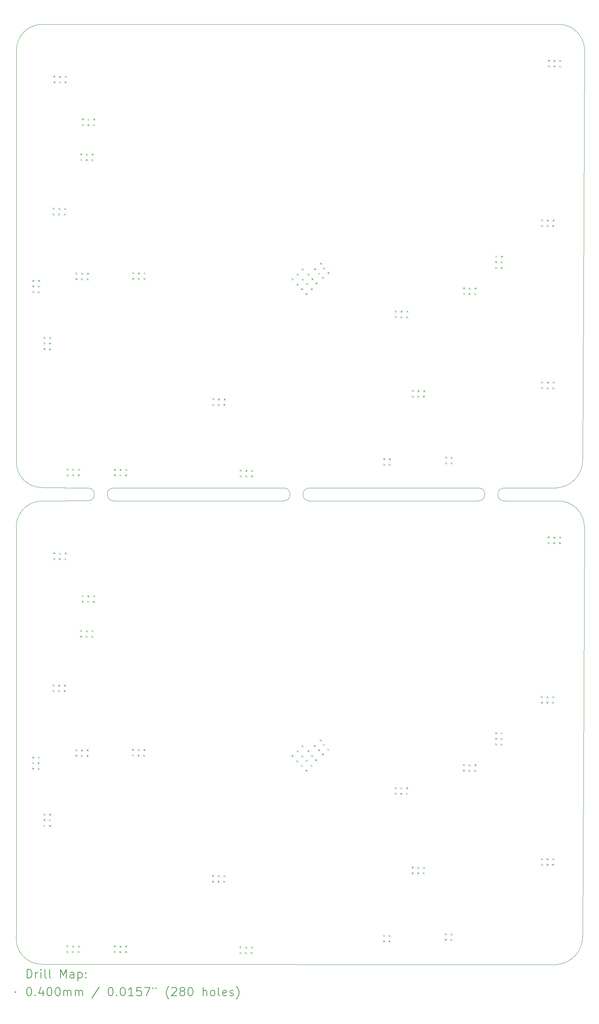
<source format=gbr>
%TF.GenerationSoftware,KiCad,Pcbnew,6.0.11-2627ca5db0~126~ubuntu20.04.1*%
%TF.CreationDate,2023-05-10T15:40:14+05:30*%
%TF.ProjectId,MVCU_F407,4d564355-5f46-4343-9037-2e6b69636164,rev?*%
%TF.SameCoordinates,Original*%
%TF.FileFunction,Drillmap*%
%TF.FilePolarity,Positive*%
%FSLAX45Y45*%
G04 Gerber Fmt 4.5, Leading zero omitted, Abs format (unit mm)*
G04 Created by KiCad (PCBNEW 6.0.11-2627ca5db0~126~ubuntu20.04.1) date 2023-05-10 15:40:14*
%MOMM*%
%LPD*%
G01*
G04 APERTURE LIST*
%ADD10C,0.050000*%
%ADD11C,0.120000*%
%ADD12C,0.200000*%
%ADD13C,0.040000*%
G04 APERTURE END LIST*
D10*
X16039000Y3119300D02*
X3974000Y3119300D01*
X16644700Y-8632300D02*
X16601800Y-18209500D01*
X14169300Y-7719500D02*
X10214300Y-7719500D01*
X14769300Y-7719500D02*
X15995700Y-7717500D01*
X5639300Y-8019500D02*
X9614300Y-8019500D01*
X9614300Y-7719500D02*
X5639300Y-7719500D01*
D11*
X14169300Y-8019500D02*
G75*
G03*
X14169300Y-7719500I0J150000D01*
G01*
D10*
X10214300Y-8019500D02*
X14169300Y-8019500D01*
D11*
X10214300Y-7719500D02*
G75*
G03*
X10214300Y-8019500I0J-150000D01*
G01*
D10*
X3970100Y-8022700D02*
G75*
G03*
X3360500Y-8632300I0J-609600D01*
G01*
X3365702Y-7067500D02*
G75*
G03*
X3965700Y-7707500I590368J-47780D01*
G01*
X15995700Y-7717499D02*
G75*
G03*
X16605700Y-7067500I-41310J649999D01*
G01*
X16648600Y2509700D02*
X16605700Y-7067500D01*
X3970100Y-8022700D02*
X5039300Y-8015500D01*
X3361802Y-18209500D02*
G75*
G03*
X3961800Y-18849500I590368J-47780D01*
G01*
X3361800Y-18209500D02*
X3360500Y-8632300D01*
D11*
X5639300Y-7719500D02*
G75*
G03*
X5639300Y-8019500I0J-150000D01*
G01*
D10*
X16644700Y-8632300D02*
G75*
G03*
X16035100Y-8022700I-609600J0D01*
G01*
X14769300Y-8019500D02*
X16035100Y-8022700D01*
X16648600Y2509700D02*
G75*
G03*
X16039000Y3119300I-609600J0D01*
G01*
X5039300Y-7719500D02*
X3965700Y-7707500D01*
X3974000Y3119300D02*
G75*
G03*
X3364400Y2509700I0J-609600D01*
G01*
X15991800Y-18859500D02*
X3961800Y-18849500D01*
D11*
X14769300Y-7719500D02*
G75*
G03*
X14769300Y-8019500I0J-150000D01*
G01*
D10*
X15991800Y-18859499D02*
G75*
G03*
X16601800Y-18209500I-41310J649999D01*
G01*
X3365700Y-7067500D02*
X3364400Y2509700D01*
D11*
X5039300Y-8015500D02*
G75*
G03*
X5039300Y-7719500I0J148000D01*
G01*
X9614300Y-8019500D02*
G75*
G03*
X9614300Y-7719500I0J150000D01*
G01*
D12*
D13*
X3731800Y-14124500D02*
X3771800Y-14164500D01*
X3771800Y-14124500D02*
X3731800Y-14164500D01*
X3731800Y-14257000D02*
X3771800Y-14297000D01*
X3771800Y-14257000D02*
X3731800Y-14297000D01*
X3734200Y-13997100D02*
X3774200Y-14037100D01*
X3774200Y-13997100D02*
X3734200Y-14037100D01*
X3735700Y-2982500D02*
X3775700Y-3022500D01*
X3775700Y-2982500D02*
X3735700Y-3022500D01*
X3735700Y-3115000D02*
X3775700Y-3155000D01*
X3775700Y-3115000D02*
X3735700Y-3155000D01*
X3738100Y-2855100D02*
X3778100Y-2895100D01*
X3778100Y-2855100D02*
X3738100Y-2895100D01*
X3859300Y-14129500D02*
X3899300Y-14169500D01*
X3899300Y-14129500D02*
X3859300Y-14169500D01*
X3861800Y-14264500D02*
X3901800Y-14304500D01*
X3901800Y-14264500D02*
X3861800Y-14304500D01*
X3863200Y-2987500D02*
X3903200Y-3027500D01*
X3903200Y-2987500D02*
X3863200Y-3027500D01*
X3865700Y-3122500D02*
X3905700Y-3162500D01*
X3905700Y-3122500D02*
X3865700Y-3162500D01*
X3866800Y-13997000D02*
X3906800Y-14037000D01*
X3906800Y-13997000D02*
X3866800Y-14037000D01*
X3870700Y-2855000D02*
X3910700Y-2895000D01*
X3910700Y-2855000D02*
X3870700Y-2895000D01*
X3994300Y-15457000D02*
X4034300Y-15497000D01*
X4034300Y-15457000D02*
X3994300Y-15497000D01*
X3994300Y-15589500D02*
X4034300Y-15629500D01*
X4034300Y-15589500D02*
X3994300Y-15629500D01*
X3996700Y-15329600D02*
X4036700Y-15369600D01*
X4036700Y-15329600D02*
X3996700Y-15369600D01*
X3998200Y-4315000D02*
X4038200Y-4355000D01*
X4038200Y-4315000D02*
X3998200Y-4355000D01*
X3998200Y-4447500D02*
X4038200Y-4487500D01*
X4038200Y-4447500D02*
X3998200Y-4487500D01*
X4000600Y-4187600D02*
X4040600Y-4227600D01*
X4040600Y-4187600D02*
X4000600Y-4227600D01*
X4121800Y-15462000D02*
X4161800Y-15502000D01*
X4161800Y-15462000D02*
X4121800Y-15502000D01*
X4124300Y-15597000D02*
X4164300Y-15637000D01*
X4164300Y-15597000D02*
X4124300Y-15637000D01*
X4125700Y-4320000D02*
X4165700Y-4360000D01*
X4165700Y-4320000D02*
X4125700Y-4360000D01*
X4128200Y-4455000D02*
X4168200Y-4495000D01*
X4168200Y-4455000D02*
X4128200Y-4495000D01*
X4129300Y-15329500D02*
X4169300Y-15369500D01*
X4169300Y-15329500D02*
X4129300Y-15369500D01*
X4133200Y-4187500D02*
X4173200Y-4227500D01*
X4173200Y-4187500D02*
X4133200Y-4227500D01*
X4209300Y-12309500D02*
X4249300Y-12349500D01*
X4249300Y-12309500D02*
X4209300Y-12349500D01*
X4209400Y-12442100D02*
X4249400Y-12482100D01*
X4249400Y-12442100D02*
X4209400Y-12482100D01*
X4213200Y-1167500D02*
X4253200Y-1207500D01*
X4253200Y-1167500D02*
X4213200Y-1207500D01*
X4213300Y-1300100D02*
X4253300Y-1340100D01*
X4253300Y-1300100D02*
X4213300Y-1340100D01*
X4226800Y-9222000D02*
X4266800Y-9262000D01*
X4266800Y-9222000D02*
X4226800Y-9262000D01*
X4226900Y-9354600D02*
X4266900Y-9394600D01*
X4266900Y-9354600D02*
X4226900Y-9394600D01*
X4230700Y1920000D02*
X4270700Y1880000D01*
X4270700Y1920000D02*
X4230700Y1880000D01*
X4230800Y1787400D02*
X4270800Y1747400D01*
X4270800Y1787400D02*
X4230800Y1747400D01*
X4336800Y-12444500D02*
X4376800Y-12484500D01*
X4376800Y-12444500D02*
X4336800Y-12484500D01*
X4340700Y-1302500D02*
X4380700Y-1342500D01*
X4380700Y-1302500D02*
X4340700Y-1342500D01*
X4341800Y-12317000D02*
X4381800Y-12357000D01*
X4381800Y-12317000D02*
X4341800Y-12357000D01*
X4345700Y-1175000D02*
X4385700Y-1215000D01*
X4385700Y-1175000D02*
X4345700Y-1215000D01*
X4354300Y-9357000D02*
X4394300Y-9397000D01*
X4394300Y-9357000D02*
X4354300Y-9397000D01*
X4358200Y1785000D02*
X4398200Y1745000D01*
X4398200Y1785000D02*
X4358200Y1745000D01*
X4359300Y-9229500D02*
X4399300Y-9269500D01*
X4399300Y-9229500D02*
X4359300Y-9269500D01*
X4363200Y1912500D02*
X4403200Y1872500D01*
X4403200Y1912500D02*
X4363200Y1872500D01*
X4469300Y-12444500D02*
X4509300Y-12484500D01*
X4509300Y-12444500D02*
X4469300Y-12484500D01*
X4473200Y-1302500D02*
X4513200Y-1342500D01*
X4513200Y-1302500D02*
X4473200Y-1342500D01*
X4476800Y-12314500D02*
X4516800Y-12354500D01*
X4516800Y-12314500D02*
X4476800Y-12354500D01*
X4480700Y-1172500D02*
X4520700Y-1212500D01*
X4520700Y-1172500D02*
X4480700Y-1212500D01*
X4486800Y-9357000D02*
X4526800Y-9397000D01*
X4526800Y-9357000D02*
X4486800Y-9397000D01*
X4490700Y1785000D02*
X4530700Y1745000D01*
X4530700Y1785000D02*
X4490700Y1745000D01*
X4494300Y-9227000D02*
X4534300Y-9267000D01*
X4534300Y-9227000D02*
X4494300Y-9267000D01*
X4498200Y1915000D02*
X4538200Y1875000D01*
X4538200Y1915000D02*
X4498200Y1875000D01*
X4534300Y-18407000D02*
X4574300Y-18447000D01*
X4574300Y-18407000D02*
X4534300Y-18447000D01*
X4534400Y-18539600D02*
X4574400Y-18579600D01*
X4574400Y-18539600D02*
X4534400Y-18579600D01*
X4538200Y-7265000D02*
X4578200Y-7305000D01*
X4578200Y-7265000D02*
X4538200Y-7305000D01*
X4538300Y-7397600D02*
X4578300Y-7437600D01*
X4578300Y-7397600D02*
X4538300Y-7437600D01*
X4661800Y-18542000D02*
X4701800Y-18582000D01*
X4701800Y-18542000D02*
X4661800Y-18582000D01*
X4665700Y-7400000D02*
X4705700Y-7440000D01*
X4705700Y-7400000D02*
X4665700Y-7440000D01*
X4666800Y-18414500D02*
X4706800Y-18454500D01*
X4706800Y-18414500D02*
X4666800Y-18454500D01*
X4670700Y-7272500D02*
X4710700Y-7312500D01*
X4710700Y-7272500D02*
X4670700Y-7312500D01*
X4741800Y-13822000D02*
X4781800Y-13862000D01*
X4781800Y-13822000D02*
X4741800Y-13862000D01*
X4741900Y-13954600D02*
X4781900Y-13994600D01*
X4781900Y-13954600D02*
X4741900Y-13994600D01*
X4745700Y-2680000D02*
X4785700Y-2720000D01*
X4785700Y-2680000D02*
X4745700Y-2720000D01*
X4745800Y-2812600D02*
X4785800Y-2852600D01*
X4785800Y-2812600D02*
X4745800Y-2852600D01*
X4794300Y-18542000D02*
X4834300Y-18582000D01*
X4834300Y-18542000D02*
X4794300Y-18582000D01*
X4798200Y-7400000D02*
X4838200Y-7440000D01*
X4838200Y-7400000D02*
X4798200Y-7440000D01*
X4801800Y-18412000D02*
X4841800Y-18452000D01*
X4841800Y-18412000D02*
X4801800Y-18452000D01*
X4805700Y-7270000D02*
X4845700Y-7310000D01*
X4845700Y-7270000D02*
X4805700Y-7310000D01*
X4854300Y-11037000D02*
X4894300Y-11077000D01*
X4894300Y-11037000D02*
X4854300Y-11077000D01*
X4854400Y-11169600D02*
X4894400Y-11209600D01*
X4894400Y-11169600D02*
X4854400Y-11209600D01*
X4858200Y105000D02*
X4898200Y65000D01*
X4898200Y105000D02*
X4858200Y65000D01*
X4858300Y-27600D02*
X4898300Y-67600D01*
X4898300Y-27600D02*
X4858300Y-67600D01*
X4869300Y-13957000D02*
X4909300Y-13997000D01*
X4909300Y-13957000D02*
X4869300Y-13997000D01*
X4873200Y-2815000D02*
X4913200Y-2855000D01*
X4913200Y-2815000D02*
X4873200Y-2855000D01*
X4874300Y-13829500D02*
X4914300Y-13869500D01*
X4914300Y-13829500D02*
X4874300Y-13869500D01*
X4878200Y-2687500D02*
X4918200Y-2727500D01*
X4918200Y-2687500D02*
X4878200Y-2727500D01*
X4891800Y-10222000D02*
X4931800Y-10262000D01*
X4931800Y-10222000D02*
X4891800Y-10262000D01*
X4891900Y-10354600D02*
X4931900Y-10394600D01*
X4931900Y-10354600D02*
X4891900Y-10394600D01*
X4895700Y920000D02*
X4935700Y880000D01*
X4935700Y920000D02*
X4895700Y880000D01*
X4895800Y787400D02*
X4935800Y747400D01*
X4935800Y787400D02*
X4895800Y747400D01*
X4981800Y-11172000D02*
X5021800Y-11212000D01*
X5021800Y-11172000D02*
X4981800Y-11212000D01*
X4985700Y-30000D02*
X5025700Y-70000D01*
X5025700Y-30000D02*
X4985700Y-70000D01*
X4986800Y-11044500D02*
X5026800Y-11084500D01*
X5026800Y-11044500D02*
X4986800Y-11084500D01*
X4990700Y97500D02*
X5030700Y57500D01*
X5030700Y97500D02*
X4990700Y57500D01*
X5001800Y-13957000D02*
X5041800Y-13997000D01*
X5041800Y-13957000D02*
X5001800Y-13997000D01*
X5005700Y-2815000D02*
X5045700Y-2855000D01*
X5045700Y-2815000D02*
X5005700Y-2855000D01*
X5009300Y-13827000D02*
X5049300Y-13867000D01*
X5049300Y-13827000D02*
X5009300Y-13867000D01*
X5013200Y-2685000D02*
X5053200Y-2725000D01*
X5053200Y-2685000D02*
X5013200Y-2725000D01*
X5019300Y-10357000D02*
X5059300Y-10397000D01*
X5059300Y-10357000D02*
X5019300Y-10397000D01*
X5023200Y785000D02*
X5063200Y745000D01*
X5063200Y785000D02*
X5023200Y745000D01*
X5024300Y-10229500D02*
X5064300Y-10269500D01*
X5064300Y-10229500D02*
X5024300Y-10269500D01*
X5028200Y912500D02*
X5068200Y872500D01*
X5068200Y912500D02*
X5028200Y872500D01*
X5114300Y-11172000D02*
X5154300Y-11212000D01*
X5154300Y-11172000D02*
X5114300Y-11212000D01*
X5118200Y-30000D02*
X5158200Y-70000D01*
X5158200Y-30000D02*
X5118200Y-70000D01*
X5121800Y-11042000D02*
X5161800Y-11082000D01*
X5161800Y-11042000D02*
X5121800Y-11082000D01*
X5125700Y100000D02*
X5165700Y60000D01*
X5165700Y100000D02*
X5125700Y60000D01*
X5151800Y-10357000D02*
X5191800Y-10397000D01*
X5191800Y-10357000D02*
X5151800Y-10397000D01*
X5155700Y785000D02*
X5195700Y745000D01*
X5195700Y785000D02*
X5155700Y745000D01*
X5159300Y-10227000D02*
X5199300Y-10267000D01*
X5199300Y-10227000D02*
X5159300Y-10267000D01*
X5163200Y915000D02*
X5203200Y875000D01*
X5203200Y915000D02*
X5163200Y875000D01*
X5641800Y-18409500D02*
X5681800Y-18449500D01*
X5681800Y-18409500D02*
X5641800Y-18449500D01*
X5641900Y-18542100D02*
X5681900Y-18582100D01*
X5681900Y-18542100D02*
X5641900Y-18582100D01*
X5645700Y-7267500D02*
X5685700Y-7307500D01*
X5685700Y-7267500D02*
X5645700Y-7307500D01*
X5645800Y-7400100D02*
X5685800Y-7440100D01*
X5685800Y-7400100D02*
X5645800Y-7440100D01*
X5769300Y-18544500D02*
X5809300Y-18584500D01*
X5809300Y-18544500D02*
X5769300Y-18584500D01*
X5773200Y-7402500D02*
X5813200Y-7442500D01*
X5813200Y-7402500D02*
X5773200Y-7442500D01*
X5774300Y-18417000D02*
X5814300Y-18457000D01*
X5814300Y-18417000D02*
X5774300Y-18457000D01*
X5778200Y-7275000D02*
X5818200Y-7315000D01*
X5818200Y-7275000D02*
X5778200Y-7315000D01*
X5901800Y-18544500D02*
X5941800Y-18584500D01*
X5941800Y-18544500D02*
X5901800Y-18584500D01*
X5905700Y-7402500D02*
X5945700Y-7442500D01*
X5945700Y-7402500D02*
X5905700Y-7442500D01*
X5909300Y-18414500D02*
X5949300Y-18454500D01*
X5949300Y-18414500D02*
X5909300Y-18454500D01*
X5913200Y-7272500D02*
X5953200Y-7312500D01*
X5953200Y-7272500D02*
X5913200Y-7312500D01*
X6069300Y-13814500D02*
X6109300Y-13854500D01*
X6109300Y-13814500D02*
X6069300Y-13854500D01*
X6069400Y-13947100D02*
X6109400Y-13987100D01*
X6109400Y-13947100D02*
X6069400Y-13987100D01*
X6073200Y-2672500D02*
X6113200Y-2712500D01*
X6113200Y-2672500D02*
X6073200Y-2712500D01*
X6073300Y-2805100D02*
X6113300Y-2845100D01*
X6113300Y-2805100D02*
X6073300Y-2845100D01*
X6196800Y-13949500D02*
X6236800Y-13989500D01*
X6236800Y-13949500D02*
X6196800Y-13989500D01*
X6200700Y-2807500D02*
X6240700Y-2847500D01*
X6240700Y-2807500D02*
X6200700Y-2847500D01*
X6201800Y-13822000D02*
X6241800Y-13862000D01*
X6241800Y-13822000D02*
X6201800Y-13862000D01*
X6205700Y-2680000D02*
X6245700Y-2720000D01*
X6245700Y-2680000D02*
X6205700Y-2720000D01*
X6329300Y-13949500D02*
X6369300Y-13989500D01*
X6369300Y-13949500D02*
X6329300Y-13989500D01*
X6333200Y-2807500D02*
X6373200Y-2847500D01*
X6373200Y-2807500D02*
X6333200Y-2847500D01*
X6336800Y-13819500D02*
X6376800Y-13859500D01*
X6376800Y-13819500D02*
X6336800Y-13859500D01*
X6340700Y-2677500D02*
X6380700Y-2717500D01*
X6380700Y-2677500D02*
X6340700Y-2717500D01*
X7939300Y-16764500D02*
X7979300Y-16804500D01*
X7979300Y-16764500D02*
X7939300Y-16804500D01*
X7939400Y-16897100D02*
X7979400Y-16937100D01*
X7979400Y-16897100D02*
X7939400Y-16937100D01*
X7943200Y-5622500D02*
X7983200Y-5662500D01*
X7983200Y-5622500D02*
X7943200Y-5662500D01*
X7943300Y-5755100D02*
X7983300Y-5795100D01*
X7983300Y-5755100D02*
X7943300Y-5795100D01*
X8066800Y-16899500D02*
X8106800Y-16939500D01*
X8106800Y-16899500D02*
X8066800Y-16939500D01*
X8070700Y-5757500D02*
X8110700Y-5797500D01*
X8110700Y-5757500D02*
X8070700Y-5797500D01*
X8071800Y-16772000D02*
X8111800Y-16812000D01*
X8111800Y-16772000D02*
X8071800Y-16812000D01*
X8075700Y-5630000D02*
X8115700Y-5670000D01*
X8115700Y-5630000D02*
X8075700Y-5670000D01*
X8199300Y-16899500D02*
X8239300Y-16939500D01*
X8239300Y-16899500D02*
X8199300Y-16939500D01*
X8203200Y-5757500D02*
X8243200Y-5797500D01*
X8243200Y-5757500D02*
X8203200Y-5797500D01*
X8206800Y-16769500D02*
X8246800Y-16809500D01*
X8246800Y-16769500D02*
X8206800Y-16809500D01*
X8210700Y-5627500D02*
X8250700Y-5667500D01*
X8250700Y-5627500D02*
X8210700Y-5667500D01*
X8581800Y-18432000D02*
X8621800Y-18472000D01*
X8621800Y-18432000D02*
X8581800Y-18472000D01*
X8581900Y-18564600D02*
X8621900Y-18604600D01*
X8621900Y-18564600D02*
X8581900Y-18604600D01*
X8585700Y-7290000D02*
X8625700Y-7330000D01*
X8625700Y-7290000D02*
X8585700Y-7330000D01*
X8585800Y-7422600D02*
X8625800Y-7462600D01*
X8625800Y-7422600D02*
X8585800Y-7462600D01*
X8709300Y-18567000D02*
X8749300Y-18607000D01*
X8749300Y-18567000D02*
X8709300Y-18607000D01*
X8713200Y-7425000D02*
X8753200Y-7465000D01*
X8753200Y-7425000D02*
X8713200Y-7465000D01*
X8714300Y-18439500D02*
X8754300Y-18479500D01*
X8754300Y-18439500D02*
X8714300Y-18479500D01*
X8718200Y-7297500D02*
X8758200Y-7337500D01*
X8758200Y-7297500D02*
X8718200Y-7337500D01*
X8841800Y-18567000D02*
X8881800Y-18607000D01*
X8881800Y-18567000D02*
X8841800Y-18607000D01*
X8845700Y-7425000D02*
X8885700Y-7465000D01*
X8885700Y-7425000D02*
X8845700Y-7465000D01*
X8849300Y-18437000D02*
X8889300Y-18477000D01*
X8889300Y-18437000D02*
X8849300Y-18477000D01*
X8853200Y-7295000D02*
X8893200Y-7335000D01*
X8893200Y-7295000D02*
X8853200Y-7335000D01*
X9794300Y-13959500D02*
X9834300Y-13999500D01*
X9834300Y-13959500D02*
X9794300Y-13999500D01*
X9798200Y-2817500D02*
X9838200Y-2857500D01*
X9838200Y-2817500D02*
X9798200Y-2857500D01*
X9909300Y-14087000D02*
X9949300Y-14127000D01*
X9949300Y-14087000D02*
X9909300Y-14127000D01*
X9913200Y-2945000D02*
X9953200Y-2985000D01*
X9953200Y-2945000D02*
X9913200Y-2985000D01*
X9914300Y-13849500D02*
X9954300Y-13889500D01*
X9954300Y-13849500D02*
X9914300Y-13889500D01*
X9918200Y-2707500D02*
X9958200Y-2747500D01*
X9958200Y-2707500D02*
X9918200Y-2747500D01*
X10014300Y-14192000D02*
X10054300Y-14232000D01*
X10054300Y-14192000D02*
X10014300Y-14232000D01*
X10018200Y-3050000D02*
X10058200Y-3090000D01*
X10058200Y-3050000D02*
X10018200Y-3090000D01*
X10029300Y-13732000D02*
X10069300Y-13772000D01*
X10069300Y-13732000D02*
X10029300Y-13772000D01*
X10029300Y-13969500D02*
X10069300Y-14009500D01*
X10069300Y-13969500D02*
X10029300Y-14009500D01*
X10033200Y-2590000D02*
X10073200Y-2630000D01*
X10073200Y-2590000D02*
X10033200Y-2630000D01*
X10033200Y-2827500D02*
X10073200Y-2867500D01*
X10073200Y-2827500D02*
X10033200Y-2867500D01*
X10119300Y-14302000D02*
X10159300Y-14342000D01*
X10159300Y-14302000D02*
X10119300Y-14342000D01*
X10123200Y-3160000D02*
X10163200Y-3200000D01*
X10163200Y-3160000D02*
X10123200Y-3200000D01*
X10131800Y-14069500D02*
X10171800Y-14109500D01*
X10171800Y-14069500D02*
X10131800Y-14109500D01*
X10135700Y-2927500D02*
X10175700Y-2967500D01*
X10175700Y-2927500D02*
X10135700Y-2967500D01*
X10166800Y-13852000D02*
X10206800Y-13892000D01*
X10206800Y-13852000D02*
X10166800Y-13892000D01*
X10170700Y-2710000D02*
X10210700Y-2750000D01*
X10210700Y-2710000D02*
X10170700Y-2750000D01*
X10244300Y-14192000D02*
X10284300Y-14232000D01*
X10284300Y-14192000D02*
X10244300Y-14232000D01*
X10248200Y-3050000D02*
X10288200Y-3090000D01*
X10288200Y-3050000D02*
X10248200Y-3090000D01*
X10256800Y-13962000D02*
X10296800Y-14002000D01*
X10296800Y-13962000D02*
X10256800Y-14002000D01*
X10260700Y-2820000D02*
X10300700Y-2860000D01*
X10300700Y-2820000D02*
X10260700Y-2860000D01*
X10316800Y-13727000D02*
X10356800Y-13767000D01*
X10356800Y-13727000D02*
X10316800Y-13767000D01*
X10320700Y-2585000D02*
X10360700Y-2625000D01*
X10360700Y-2585000D02*
X10320700Y-2625000D01*
X10351800Y-14057000D02*
X10391800Y-14097000D01*
X10391800Y-14057000D02*
X10351800Y-14097000D01*
X10355700Y-2915000D02*
X10395700Y-2955000D01*
X10395700Y-2915000D02*
X10355700Y-2955000D01*
X10416800Y-13827000D02*
X10456800Y-13867000D01*
X10456800Y-13827000D02*
X10416800Y-13867000D01*
X10420700Y-2685000D02*
X10460700Y-2725000D01*
X10460700Y-2685000D02*
X10420700Y-2725000D01*
X10459300Y-13597000D02*
X10499300Y-13637000D01*
X10499300Y-13597000D02*
X10459300Y-13637000D01*
X10463200Y-2455000D02*
X10503200Y-2495000D01*
X10503200Y-2455000D02*
X10463200Y-2495000D01*
X10506800Y-13927000D02*
X10546800Y-13967000D01*
X10546800Y-13927000D02*
X10506800Y-13967000D01*
X10510700Y-2785000D02*
X10550700Y-2825000D01*
X10550700Y-2785000D02*
X10510700Y-2825000D01*
X10531800Y-13702000D02*
X10571800Y-13742000D01*
X10571800Y-13702000D02*
X10531800Y-13742000D01*
X10535700Y-2560000D02*
X10575700Y-2600000D01*
X10575700Y-2560000D02*
X10535700Y-2600000D01*
X10631800Y-13812000D02*
X10671800Y-13852000D01*
X10671800Y-13812000D02*
X10631800Y-13852000D01*
X10635700Y-2670000D02*
X10675700Y-2710000D01*
X10675700Y-2670000D02*
X10635700Y-2710000D01*
X11936800Y-18162000D02*
X11976800Y-18202000D01*
X11976800Y-18162000D02*
X11936800Y-18202000D01*
X11936900Y-18294600D02*
X11976900Y-18334600D01*
X11976900Y-18294600D02*
X11936900Y-18334600D01*
X11940700Y-7020000D02*
X11980700Y-7060000D01*
X11980700Y-7020000D02*
X11940700Y-7060000D01*
X11940800Y-7152600D02*
X11980800Y-7192600D01*
X11980800Y-7152600D02*
X11940800Y-7192600D01*
X12064300Y-18297000D02*
X12104300Y-18337000D01*
X12104300Y-18297000D02*
X12064300Y-18337000D01*
X12068200Y-7155000D02*
X12108200Y-7195000D01*
X12108200Y-7155000D02*
X12068200Y-7195000D01*
X12069300Y-18169500D02*
X12109300Y-18209500D01*
X12109300Y-18169500D02*
X12069300Y-18209500D01*
X12073200Y-7027500D02*
X12113200Y-7067500D01*
X12113200Y-7027500D02*
X12073200Y-7067500D01*
X12210000Y-14710000D02*
X12250000Y-14750000D01*
X12250000Y-14710000D02*
X12210000Y-14750000D01*
X12210100Y-14842600D02*
X12250100Y-14882600D01*
X12250100Y-14842600D02*
X12210100Y-14882600D01*
X12213900Y-3568000D02*
X12253900Y-3608000D01*
X12253900Y-3568000D02*
X12213900Y-3608000D01*
X12214000Y-3700600D02*
X12254000Y-3740600D01*
X12254000Y-3700600D02*
X12214000Y-3740600D01*
X12337500Y-14845000D02*
X12377500Y-14885000D01*
X12377500Y-14845000D02*
X12337500Y-14885000D01*
X12341400Y-3703000D02*
X12381400Y-3743000D01*
X12381400Y-3703000D02*
X12341400Y-3743000D01*
X12342500Y-14717500D02*
X12382500Y-14757500D01*
X12382500Y-14717500D02*
X12342500Y-14757500D01*
X12346400Y-3575500D02*
X12386400Y-3615500D01*
X12386400Y-3575500D02*
X12346400Y-3615500D01*
X12470000Y-14845000D02*
X12510000Y-14885000D01*
X12510000Y-14845000D02*
X12470000Y-14885000D01*
X12473900Y-3703000D02*
X12513900Y-3743000D01*
X12513900Y-3703000D02*
X12473900Y-3743000D01*
X12477500Y-14715000D02*
X12517500Y-14755000D01*
X12517500Y-14715000D02*
X12477500Y-14755000D01*
X12481400Y-3573000D02*
X12521400Y-3613000D01*
X12521400Y-3573000D02*
X12481400Y-3613000D01*
X12604300Y-16569500D02*
X12644300Y-16609500D01*
X12644300Y-16569500D02*
X12604300Y-16609500D01*
X12604400Y-16702100D02*
X12644400Y-16742100D01*
X12644400Y-16702100D02*
X12604400Y-16742100D01*
X12608200Y-5427500D02*
X12648200Y-5467500D01*
X12648200Y-5427500D02*
X12608200Y-5467500D01*
X12608300Y-5560100D02*
X12648300Y-5600100D01*
X12648300Y-5560100D02*
X12608300Y-5600100D01*
X12731800Y-16704500D02*
X12771800Y-16744500D01*
X12771800Y-16704500D02*
X12731800Y-16744500D01*
X12735700Y-5562500D02*
X12775700Y-5602500D01*
X12775700Y-5562500D02*
X12735700Y-5602500D01*
X12736800Y-16577000D02*
X12776800Y-16617000D01*
X12776800Y-16577000D02*
X12736800Y-16617000D01*
X12740700Y-5435000D02*
X12780700Y-5475000D01*
X12780700Y-5435000D02*
X12740700Y-5475000D01*
X12864300Y-16704500D02*
X12904300Y-16744500D01*
X12904300Y-16704500D02*
X12864300Y-16744500D01*
X12868200Y-5562500D02*
X12908200Y-5602500D01*
X12908200Y-5562500D02*
X12868200Y-5602500D01*
X12871800Y-16574500D02*
X12911800Y-16614500D01*
X12911800Y-16574500D02*
X12871800Y-16614500D01*
X12875700Y-5432500D02*
X12915700Y-5472500D01*
X12915700Y-5432500D02*
X12875700Y-5472500D01*
X13381800Y-18124500D02*
X13421800Y-18164500D01*
X13421800Y-18124500D02*
X13381800Y-18164500D01*
X13381900Y-18257100D02*
X13421900Y-18297100D01*
X13421900Y-18257100D02*
X13381900Y-18297100D01*
X13385700Y-6982500D02*
X13425700Y-7022500D01*
X13425700Y-6982500D02*
X13385700Y-7022500D01*
X13385800Y-7115100D02*
X13425800Y-7155100D01*
X13425800Y-7115100D02*
X13385800Y-7155100D01*
X13509300Y-18259500D02*
X13549300Y-18299500D01*
X13549300Y-18259500D02*
X13509300Y-18299500D01*
X13513200Y-7117500D02*
X13553200Y-7157500D01*
X13553200Y-7117500D02*
X13513200Y-7157500D01*
X13514300Y-18132000D02*
X13554300Y-18172000D01*
X13554300Y-18132000D02*
X13514300Y-18172000D01*
X13518200Y-6990000D02*
X13558200Y-7030000D01*
X13558200Y-6990000D02*
X13518200Y-7030000D01*
X13804300Y-14169500D02*
X13844300Y-14209500D01*
X13844300Y-14169500D02*
X13804300Y-14209500D01*
X13804400Y-14302100D02*
X13844400Y-14342100D01*
X13844400Y-14302100D02*
X13804400Y-14342100D01*
X13808200Y-3027500D02*
X13848200Y-3067500D01*
X13848200Y-3027500D02*
X13808200Y-3067500D01*
X13808300Y-3160100D02*
X13848300Y-3200100D01*
X13848300Y-3160100D02*
X13808300Y-3200100D01*
X13931800Y-14304500D02*
X13971800Y-14344500D01*
X13971800Y-14304500D02*
X13931800Y-14344500D01*
X13935700Y-3162500D02*
X13975700Y-3202500D01*
X13975700Y-3162500D02*
X13935700Y-3202500D01*
X13936800Y-14177000D02*
X13976800Y-14217000D01*
X13976800Y-14177000D02*
X13936800Y-14217000D01*
X13940700Y-3035000D02*
X13980700Y-3075000D01*
X13980700Y-3035000D02*
X13940700Y-3075000D01*
X14064300Y-14304500D02*
X14104300Y-14344500D01*
X14104300Y-14304500D02*
X14064300Y-14344500D01*
X14068200Y-3162500D02*
X14108200Y-3202500D01*
X14108200Y-3162500D02*
X14068200Y-3202500D01*
X14071800Y-14174500D02*
X14111800Y-14214500D01*
X14111800Y-14174500D02*
X14071800Y-14214500D01*
X14075700Y-3032500D02*
X14115700Y-3072500D01*
X14115700Y-3032500D02*
X14075700Y-3072500D01*
X14554300Y-13557000D02*
X14594300Y-13597000D01*
X14594300Y-13557000D02*
X14554300Y-13597000D01*
X14554300Y-13689500D02*
X14594300Y-13729500D01*
X14594300Y-13689500D02*
X14554300Y-13729500D01*
X14556700Y-13429600D02*
X14596700Y-13469600D01*
X14596700Y-13429600D02*
X14556700Y-13469600D01*
X14558200Y-2415000D02*
X14598200Y-2455000D01*
X14598200Y-2415000D02*
X14558200Y-2455000D01*
X14558200Y-2547500D02*
X14598200Y-2587500D01*
X14598200Y-2547500D02*
X14558200Y-2587500D01*
X14560600Y-2287600D02*
X14600600Y-2327600D01*
X14600600Y-2287600D02*
X14560600Y-2327600D01*
X14681800Y-13562000D02*
X14721800Y-13602000D01*
X14721800Y-13562000D02*
X14681800Y-13602000D01*
X14684300Y-13697000D02*
X14724300Y-13737000D01*
X14724300Y-13697000D02*
X14684300Y-13737000D01*
X14685700Y-2420000D02*
X14725700Y-2460000D01*
X14725700Y-2420000D02*
X14685700Y-2460000D01*
X14688200Y-2555000D02*
X14728200Y-2595000D01*
X14728200Y-2555000D02*
X14688200Y-2595000D01*
X14689300Y-13429500D02*
X14729300Y-13469500D01*
X14729300Y-13429500D02*
X14689300Y-13469500D01*
X14693200Y-2287500D02*
X14733200Y-2327500D01*
X14733200Y-2287500D02*
X14693200Y-2327500D01*
X15626800Y-12582000D02*
X15666800Y-12622000D01*
X15666800Y-12582000D02*
X15626800Y-12622000D01*
X15626900Y-12714600D02*
X15666900Y-12754600D01*
X15666900Y-12714600D02*
X15626900Y-12754600D01*
X15629300Y-16369500D02*
X15669300Y-16409500D01*
X15669300Y-16369500D02*
X15629300Y-16409500D01*
X15629400Y-16502100D02*
X15669400Y-16542100D01*
X15669400Y-16502100D02*
X15629400Y-16542100D01*
X15630700Y-1440000D02*
X15670700Y-1480000D01*
X15670700Y-1440000D02*
X15630700Y-1480000D01*
X15630800Y-1572600D02*
X15670800Y-1612600D01*
X15670800Y-1572600D02*
X15630800Y-1612600D01*
X15633200Y-5227500D02*
X15673200Y-5267500D01*
X15673200Y-5227500D02*
X15633200Y-5267500D01*
X15633300Y-5360100D02*
X15673300Y-5400100D01*
X15673300Y-5360100D02*
X15633300Y-5400100D01*
X15754300Y-12717000D02*
X15794300Y-12757000D01*
X15794300Y-12717000D02*
X15754300Y-12757000D01*
X15756800Y-16504500D02*
X15796800Y-16544500D01*
X15796800Y-16504500D02*
X15756800Y-16544500D01*
X15758200Y-1575000D02*
X15798200Y-1615000D01*
X15798200Y-1575000D02*
X15758200Y-1615000D01*
X15759300Y-12589500D02*
X15799300Y-12629500D01*
X15799300Y-12589500D02*
X15759300Y-12629500D01*
X15760700Y-5362500D02*
X15800700Y-5402500D01*
X15800700Y-5362500D02*
X15760700Y-5402500D01*
X15761800Y-16377000D02*
X15801800Y-16417000D01*
X15801800Y-16377000D02*
X15761800Y-16417000D01*
X15763200Y-1447500D02*
X15803200Y-1487500D01*
X15803200Y-1447500D02*
X15763200Y-1487500D01*
X15765700Y-5235000D02*
X15805700Y-5275000D01*
X15805700Y-5235000D02*
X15765700Y-5275000D01*
X15786800Y-8849500D02*
X15826800Y-8889500D01*
X15826800Y-8849500D02*
X15786800Y-8889500D01*
X15786900Y-8982100D02*
X15826900Y-9022100D01*
X15826900Y-8982100D02*
X15786900Y-9022100D01*
X15790700Y2292500D02*
X15830700Y2252500D01*
X15830700Y2292500D02*
X15790700Y2252500D01*
X15790800Y2159900D02*
X15830800Y2119900D01*
X15830800Y2159900D02*
X15790800Y2119900D01*
X15886800Y-12717000D02*
X15926800Y-12757000D01*
X15926800Y-12717000D02*
X15886800Y-12757000D01*
X15889300Y-16504500D02*
X15929300Y-16544500D01*
X15929300Y-16504500D02*
X15889300Y-16544500D01*
X15890700Y-1575000D02*
X15930700Y-1615000D01*
X15930700Y-1575000D02*
X15890700Y-1615000D01*
X15893200Y-5362500D02*
X15933200Y-5402500D01*
X15933200Y-5362500D02*
X15893200Y-5402500D01*
X15894300Y-12587000D02*
X15934300Y-12627000D01*
X15934300Y-12587000D02*
X15894300Y-12627000D01*
X15896800Y-16374500D02*
X15936800Y-16414500D01*
X15936800Y-16374500D02*
X15896800Y-16414500D01*
X15898200Y-1445000D02*
X15938200Y-1485000D01*
X15938200Y-1445000D02*
X15898200Y-1485000D01*
X15900700Y-5232500D02*
X15940700Y-5272500D01*
X15940700Y-5232500D02*
X15900700Y-5272500D01*
X15914300Y-8984500D02*
X15954300Y-9024500D01*
X15954300Y-8984500D02*
X15914300Y-9024500D01*
X15918200Y2157500D02*
X15958200Y2117500D01*
X15958200Y2157500D02*
X15918200Y2117500D01*
X15919300Y-8857000D02*
X15959300Y-8897000D01*
X15959300Y-8857000D02*
X15919300Y-8897000D01*
X15923200Y2285000D02*
X15963200Y2245000D01*
X15963200Y2285000D02*
X15923200Y2245000D01*
X16046800Y-8984500D02*
X16086800Y-9024500D01*
X16086800Y-8984500D02*
X16046800Y-9024500D01*
X16050700Y2157500D02*
X16090700Y2117500D01*
X16090700Y2157500D02*
X16050700Y2117500D01*
X16054300Y-8854500D02*
X16094300Y-8894500D01*
X16094300Y-8854500D02*
X16054300Y-8894500D01*
X16058200Y2287500D02*
X16098200Y2247500D01*
X16098200Y2287500D02*
X16058200Y2247500D01*
D12*
X3614991Y-19172476D02*
X3614991Y-18972476D01*
X3662610Y-18972476D01*
X3691181Y-18982000D01*
X3710229Y-19001048D01*
X3719753Y-19020095D01*
X3729276Y-19058190D01*
X3729276Y-19086762D01*
X3719753Y-19124857D01*
X3710229Y-19143905D01*
X3691181Y-19162952D01*
X3662610Y-19172476D01*
X3614991Y-19172476D01*
X3814991Y-19172476D02*
X3814991Y-19039143D01*
X3814991Y-19077238D02*
X3824514Y-19058190D01*
X3834038Y-19048667D01*
X3853086Y-19039143D01*
X3872134Y-19039143D01*
X3938800Y-19172476D02*
X3938800Y-19039143D01*
X3938800Y-18972476D02*
X3929276Y-18982000D01*
X3938800Y-18991524D01*
X3948324Y-18982000D01*
X3938800Y-18972476D01*
X3938800Y-18991524D01*
X4062610Y-19172476D02*
X4043562Y-19162952D01*
X4034038Y-19143905D01*
X4034038Y-18972476D01*
X4167372Y-19172476D02*
X4148324Y-19162952D01*
X4138800Y-19143905D01*
X4138800Y-18972476D01*
X4395943Y-19172476D02*
X4395943Y-18972476D01*
X4462610Y-19115333D01*
X4529276Y-18972476D01*
X4529276Y-19172476D01*
X4710229Y-19172476D02*
X4710229Y-19067714D01*
X4700705Y-19048667D01*
X4681657Y-19039143D01*
X4643562Y-19039143D01*
X4624515Y-19048667D01*
X4710229Y-19162952D02*
X4691181Y-19172476D01*
X4643562Y-19172476D01*
X4624515Y-19162952D01*
X4614991Y-19143905D01*
X4614991Y-19124857D01*
X4624515Y-19105810D01*
X4643562Y-19096286D01*
X4691181Y-19096286D01*
X4710229Y-19086762D01*
X4805467Y-19039143D02*
X4805467Y-19239143D01*
X4805467Y-19048667D02*
X4824515Y-19039143D01*
X4862610Y-19039143D01*
X4881657Y-19048667D01*
X4891181Y-19058190D01*
X4900705Y-19077238D01*
X4900705Y-19134381D01*
X4891181Y-19153429D01*
X4881657Y-19162952D01*
X4862610Y-19172476D01*
X4824515Y-19172476D01*
X4805467Y-19162952D01*
X4986419Y-19153429D02*
X4995943Y-19162952D01*
X4986419Y-19172476D01*
X4976896Y-19162952D01*
X4986419Y-19153429D01*
X4986419Y-19172476D01*
X4986419Y-19048667D02*
X4995943Y-19058190D01*
X4986419Y-19067714D01*
X4976896Y-19058190D01*
X4986419Y-19048667D01*
X4986419Y-19067714D01*
D13*
X3317372Y-19482000D02*
X3357372Y-19522000D01*
X3357372Y-19482000D02*
X3317372Y-19522000D01*
D12*
X3653086Y-19392476D02*
X3672134Y-19392476D01*
X3691181Y-19402000D01*
X3700705Y-19411524D01*
X3710229Y-19430571D01*
X3719753Y-19468667D01*
X3719753Y-19516286D01*
X3710229Y-19554381D01*
X3700705Y-19573429D01*
X3691181Y-19582952D01*
X3672134Y-19592476D01*
X3653086Y-19592476D01*
X3634038Y-19582952D01*
X3624514Y-19573429D01*
X3614991Y-19554381D01*
X3605467Y-19516286D01*
X3605467Y-19468667D01*
X3614991Y-19430571D01*
X3624514Y-19411524D01*
X3634038Y-19402000D01*
X3653086Y-19392476D01*
X3805467Y-19573429D02*
X3814991Y-19582952D01*
X3805467Y-19592476D01*
X3795943Y-19582952D01*
X3805467Y-19573429D01*
X3805467Y-19592476D01*
X3986419Y-19459143D02*
X3986419Y-19592476D01*
X3938800Y-19382952D02*
X3891181Y-19525810D01*
X4014991Y-19525810D01*
X4129276Y-19392476D02*
X4148324Y-19392476D01*
X4167372Y-19402000D01*
X4176895Y-19411524D01*
X4186419Y-19430571D01*
X4195943Y-19468667D01*
X4195943Y-19516286D01*
X4186419Y-19554381D01*
X4176895Y-19573429D01*
X4167372Y-19582952D01*
X4148324Y-19592476D01*
X4129276Y-19592476D01*
X4110229Y-19582952D01*
X4100705Y-19573429D01*
X4091181Y-19554381D01*
X4081657Y-19516286D01*
X4081657Y-19468667D01*
X4091181Y-19430571D01*
X4100705Y-19411524D01*
X4110229Y-19402000D01*
X4129276Y-19392476D01*
X4319753Y-19392476D02*
X4338800Y-19392476D01*
X4357848Y-19402000D01*
X4367372Y-19411524D01*
X4376896Y-19430571D01*
X4386419Y-19468667D01*
X4386419Y-19516286D01*
X4376896Y-19554381D01*
X4367372Y-19573429D01*
X4357848Y-19582952D01*
X4338800Y-19592476D01*
X4319753Y-19592476D01*
X4300705Y-19582952D01*
X4291181Y-19573429D01*
X4281657Y-19554381D01*
X4272134Y-19516286D01*
X4272134Y-19468667D01*
X4281657Y-19430571D01*
X4291181Y-19411524D01*
X4300705Y-19402000D01*
X4319753Y-19392476D01*
X4472134Y-19592476D02*
X4472134Y-19459143D01*
X4472134Y-19478190D02*
X4481657Y-19468667D01*
X4500705Y-19459143D01*
X4529276Y-19459143D01*
X4548324Y-19468667D01*
X4557848Y-19487714D01*
X4557848Y-19592476D01*
X4557848Y-19487714D02*
X4567372Y-19468667D01*
X4586419Y-19459143D01*
X4614991Y-19459143D01*
X4634038Y-19468667D01*
X4643562Y-19487714D01*
X4643562Y-19592476D01*
X4738800Y-19592476D02*
X4738800Y-19459143D01*
X4738800Y-19478190D02*
X4748324Y-19468667D01*
X4767372Y-19459143D01*
X4795943Y-19459143D01*
X4814991Y-19468667D01*
X4824515Y-19487714D01*
X4824515Y-19592476D01*
X4824515Y-19487714D02*
X4834038Y-19468667D01*
X4853086Y-19459143D01*
X4881657Y-19459143D01*
X4900705Y-19468667D01*
X4910229Y-19487714D01*
X4910229Y-19592476D01*
X5300705Y-19382952D02*
X5129276Y-19640095D01*
X5557848Y-19392476D02*
X5576896Y-19392476D01*
X5595943Y-19402000D01*
X5605467Y-19411524D01*
X5614991Y-19430571D01*
X5624514Y-19468667D01*
X5624514Y-19516286D01*
X5614991Y-19554381D01*
X5605467Y-19573429D01*
X5595943Y-19582952D01*
X5576896Y-19592476D01*
X5557848Y-19592476D01*
X5538800Y-19582952D01*
X5529276Y-19573429D01*
X5519753Y-19554381D01*
X5510229Y-19516286D01*
X5510229Y-19468667D01*
X5519753Y-19430571D01*
X5529276Y-19411524D01*
X5538800Y-19402000D01*
X5557848Y-19392476D01*
X5710229Y-19573429D02*
X5719753Y-19582952D01*
X5710229Y-19592476D01*
X5700705Y-19582952D01*
X5710229Y-19573429D01*
X5710229Y-19592476D01*
X5843562Y-19392476D02*
X5862610Y-19392476D01*
X5881657Y-19402000D01*
X5891181Y-19411524D01*
X5900705Y-19430571D01*
X5910229Y-19468667D01*
X5910229Y-19516286D01*
X5900705Y-19554381D01*
X5891181Y-19573429D01*
X5881657Y-19582952D01*
X5862610Y-19592476D01*
X5843562Y-19592476D01*
X5824514Y-19582952D01*
X5814991Y-19573429D01*
X5805467Y-19554381D01*
X5795943Y-19516286D01*
X5795943Y-19468667D01*
X5805467Y-19430571D01*
X5814991Y-19411524D01*
X5824514Y-19402000D01*
X5843562Y-19392476D01*
X6100705Y-19592476D02*
X5986419Y-19592476D01*
X6043562Y-19592476D02*
X6043562Y-19392476D01*
X6024514Y-19421048D01*
X6005467Y-19440095D01*
X5986419Y-19449619D01*
X6281657Y-19392476D02*
X6186419Y-19392476D01*
X6176895Y-19487714D01*
X6186419Y-19478190D01*
X6205467Y-19468667D01*
X6253086Y-19468667D01*
X6272134Y-19478190D01*
X6281657Y-19487714D01*
X6291181Y-19506762D01*
X6291181Y-19554381D01*
X6281657Y-19573429D01*
X6272134Y-19582952D01*
X6253086Y-19592476D01*
X6205467Y-19592476D01*
X6186419Y-19582952D01*
X6176895Y-19573429D01*
X6357848Y-19392476D02*
X6491181Y-19392476D01*
X6405467Y-19592476D01*
X6557848Y-19392476D02*
X6557848Y-19430571D01*
X6634038Y-19392476D02*
X6634038Y-19430571D01*
X6929276Y-19668667D02*
X6919753Y-19659143D01*
X6900705Y-19630571D01*
X6891181Y-19611524D01*
X6881657Y-19582952D01*
X6872134Y-19535333D01*
X6872134Y-19497238D01*
X6881657Y-19449619D01*
X6891181Y-19421048D01*
X6900705Y-19402000D01*
X6919753Y-19373429D01*
X6929276Y-19363905D01*
X6995943Y-19411524D02*
X7005467Y-19402000D01*
X7024514Y-19392476D01*
X7072134Y-19392476D01*
X7091181Y-19402000D01*
X7100705Y-19411524D01*
X7110229Y-19430571D01*
X7110229Y-19449619D01*
X7100705Y-19478190D01*
X6986419Y-19592476D01*
X7110229Y-19592476D01*
X7224514Y-19478190D02*
X7205467Y-19468667D01*
X7195943Y-19459143D01*
X7186419Y-19440095D01*
X7186419Y-19430571D01*
X7195943Y-19411524D01*
X7205467Y-19402000D01*
X7224514Y-19392476D01*
X7262610Y-19392476D01*
X7281657Y-19402000D01*
X7291181Y-19411524D01*
X7300705Y-19430571D01*
X7300705Y-19440095D01*
X7291181Y-19459143D01*
X7281657Y-19468667D01*
X7262610Y-19478190D01*
X7224514Y-19478190D01*
X7205467Y-19487714D01*
X7195943Y-19497238D01*
X7186419Y-19516286D01*
X7186419Y-19554381D01*
X7195943Y-19573429D01*
X7205467Y-19582952D01*
X7224514Y-19592476D01*
X7262610Y-19592476D01*
X7281657Y-19582952D01*
X7291181Y-19573429D01*
X7300705Y-19554381D01*
X7300705Y-19516286D01*
X7291181Y-19497238D01*
X7281657Y-19487714D01*
X7262610Y-19478190D01*
X7424514Y-19392476D02*
X7443562Y-19392476D01*
X7462610Y-19402000D01*
X7472134Y-19411524D01*
X7481657Y-19430571D01*
X7491181Y-19468667D01*
X7491181Y-19516286D01*
X7481657Y-19554381D01*
X7472134Y-19573429D01*
X7462610Y-19582952D01*
X7443562Y-19592476D01*
X7424514Y-19592476D01*
X7405467Y-19582952D01*
X7395943Y-19573429D01*
X7386419Y-19554381D01*
X7376895Y-19516286D01*
X7376895Y-19468667D01*
X7386419Y-19430571D01*
X7395943Y-19411524D01*
X7405467Y-19402000D01*
X7424514Y-19392476D01*
X7729276Y-19592476D02*
X7729276Y-19392476D01*
X7814991Y-19592476D02*
X7814991Y-19487714D01*
X7805467Y-19468667D01*
X7786419Y-19459143D01*
X7757848Y-19459143D01*
X7738800Y-19468667D01*
X7729276Y-19478190D01*
X7938800Y-19592476D02*
X7919753Y-19582952D01*
X7910229Y-19573429D01*
X7900705Y-19554381D01*
X7900705Y-19497238D01*
X7910229Y-19478190D01*
X7919753Y-19468667D01*
X7938800Y-19459143D01*
X7967372Y-19459143D01*
X7986419Y-19468667D01*
X7995943Y-19478190D01*
X8005467Y-19497238D01*
X8005467Y-19554381D01*
X7995943Y-19573429D01*
X7986419Y-19582952D01*
X7967372Y-19592476D01*
X7938800Y-19592476D01*
X8119753Y-19592476D02*
X8100705Y-19582952D01*
X8091181Y-19563905D01*
X8091181Y-19392476D01*
X8272134Y-19582952D02*
X8253086Y-19592476D01*
X8214991Y-19592476D01*
X8195943Y-19582952D01*
X8186419Y-19563905D01*
X8186419Y-19487714D01*
X8195943Y-19468667D01*
X8214991Y-19459143D01*
X8253086Y-19459143D01*
X8272134Y-19468667D01*
X8281657Y-19487714D01*
X8281657Y-19506762D01*
X8186419Y-19525810D01*
X8357848Y-19582952D02*
X8376895Y-19592476D01*
X8414991Y-19592476D01*
X8434038Y-19582952D01*
X8443562Y-19563905D01*
X8443562Y-19554381D01*
X8434038Y-19535333D01*
X8414991Y-19525810D01*
X8386419Y-19525810D01*
X8367372Y-19516286D01*
X8357848Y-19497238D01*
X8357848Y-19487714D01*
X8367372Y-19468667D01*
X8386419Y-19459143D01*
X8414991Y-19459143D01*
X8434038Y-19468667D01*
X8510229Y-19668667D02*
X8519753Y-19659143D01*
X8538800Y-19630571D01*
X8548324Y-19611524D01*
X8557848Y-19582952D01*
X8567372Y-19535333D01*
X8567372Y-19497238D01*
X8557848Y-19449619D01*
X8548324Y-19421048D01*
X8538800Y-19402000D01*
X8519753Y-19373429D01*
X8510229Y-19363905D01*
M02*

</source>
